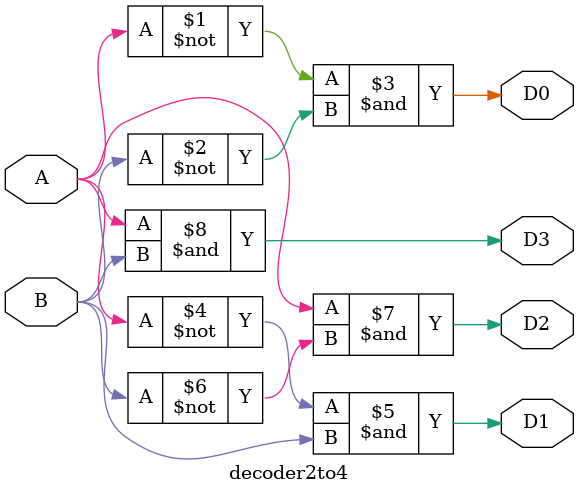
<source format=sv>
module decoder2to4(
    input wire A, B,
    output wire D0, D1, D2, D3
);

assign D0 = ~A & ~B; 
assign D1 = ~A &  B; 
assign D2 =  A & ~B; 
assign D3 =  A &  B; 

endmodule

</source>
